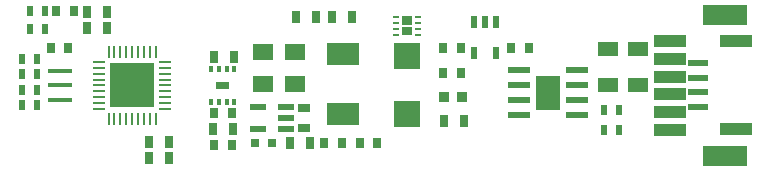
<source format=gtp>
G04*
G04 #@! TF.GenerationSoftware,Altium Limited,Altium Designer,21.6.1 (37)*
G04*
G04 Layer_Color=8421504*
%FSLAX44Y44*%
%MOMM*%
G71*
G04*
G04 #@! TF.SameCoordinates,3F17BC7F-6D44-4E06-9127-94DCD14E2BF1*
G04*
G04*
G04 #@! TF.FilePolarity,Positive*
G04*
G01*
G75*
G04:AMPARAMS|DCode=18|XSize=0.5mm|YSize=0.25mm|CornerRadius=0.05mm|HoleSize=0mm|Usage=FLASHONLY|Rotation=180.000|XOffset=0mm|YOffset=0mm|HoleType=Round|Shape=RoundedRectangle|*
%AMROUNDEDRECTD18*
21,1,0.5000,0.1500,0,0,180.0*
21,1,0.4000,0.2500,0,0,180.0*
1,1,0.1000,-0.2000,0.0750*
1,1,0.1000,0.2000,0.0750*
1,1,0.1000,0.2000,-0.0750*
1,1,0.1000,-0.2000,-0.0750*
%
%ADD18ROUNDEDRECTD18*%
%ADD19R,1.8200X1.3800*%
%ADD20R,0.8000X1.0000*%
%ADD21R,2.0000X0.4000*%
%ADD22R,1.0000X0.8000*%
%ADD23R,0.6000X0.8500*%
%ADD24R,0.7000X0.9000*%
%ADD25R,1.3208X0.5588*%
%ADD26R,1.0800X0.2600*%
%ADD27R,0.2600X1.0800*%
%ADD28R,3.7000X3.7000*%
%ADD29R,2.7940X1.9050*%
%ADD30R,1.9700X0.6000*%
%ADD31R,2.1300X3.0000*%
%ADD32R,0.8000X0.8000*%
%ADD33R,1.8200X1.1500*%
%ADD34R,0.6000X1.0000*%
%ADD35R,0.3000X0.5250*%
%ADD36R,0.8900X0.9300*%
%ADD37R,3.8000X1.8000*%
%ADD38R,2.7000X1.0000*%
%ADD39R,2.3000X2.2000*%
%ADD40R,2.7000X1.0000*%
%ADD41R,1.7000X0.6000*%
G36*
X815130Y453503D02*
X839100D01*
Y429533D01*
X815130D01*
Y453503D01*
D02*
G37*
G36*
X898500Y445052D02*
X909500D01*
Y438553D01*
X898500D01*
Y445052D01*
D02*
G37*
G36*
X1064600Y484800D02*
Y484701D01*
X1064524Y484517D01*
X1064383Y484376D01*
X1064199Y484300D01*
X1064100D01*
D01*
X1056100D01*
X1056001D01*
X1055817Y484376D01*
X1055676Y484517D01*
X1055600Y484701D01*
Y484800D01*
D01*
Y490800D01*
Y490899D01*
X1055676Y491083D01*
X1055817Y491224D01*
X1056001Y491300D01*
X1056100D01*
D01*
X1064100D01*
X1064199D01*
X1064383Y491224D01*
X1064524Y491083D01*
X1064600Y490899D01*
Y490800D01*
D01*
Y484800D01*
D02*
G37*
G36*
Y493800D02*
Y493700D01*
X1064524Y493517D01*
X1064383Y493376D01*
X1064199Y493300D01*
X1064100D01*
D01*
X1056100D01*
X1056001D01*
X1055817Y493376D01*
X1055676Y493517D01*
X1055600Y493700D01*
Y493800D01*
D01*
Y499800D01*
Y499899D01*
X1055676Y500083D01*
X1055817Y500224D01*
X1056001Y500300D01*
X1056100D01*
D01*
X1064100D01*
X1064199D01*
X1064383Y500224D01*
X1064524Y500083D01*
X1064600Y499899D01*
Y499800D01*
D01*
Y493800D01*
D02*
G37*
G36*
X1178170Y423010D02*
X1171170D01*
Y434410D01*
X1178170D01*
Y423010D01*
D02*
G37*
G36*
X1187570D02*
X1180570D01*
Y434410D01*
X1187570D01*
Y423010D01*
D02*
G37*
G36*
X1178170Y436810D02*
X1171170D01*
Y448210D01*
X1178170D01*
Y436810D01*
D02*
G37*
G36*
X1187570D02*
X1180570D01*
Y448210D01*
X1187570D01*
Y436810D01*
D02*
G37*
D18*
X1050600Y484800D02*
D03*
Y489800D02*
D03*
Y494800D02*
D03*
Y499800D02*
D03*
X1069600D02*
D03*
Y494800D02*
D03*
Y489800D02*
D03*
Y484800D02*
D03*
D19*
X938190Y442815D02*
D03*
Y470195D02*
D03*
X964860Y442815D02*
D03*
Y470195D02*
D03*
D20*
X789065Y504000D02*
D03*
X806065D02*
D03*
X912667Y405200D02*
D03*
X895667D02*
D03*
X977800Y393100D02*
D03*
X960800D02*
D03*
X996900Y499800D02*
D03*
X1013900D02*
D03*
X1090980Y411670D02*
D03*
X1107980D02*
D03*
X983100Y499800D02*
D03*
X966100D02*
D03*
X789030Y490100D02*
D03*
X806030D02*
D03*
X896400Y465500D02*
D03*
X913400D02*
D03*
X858550Y394100D02*
D03*
X841550D02*
D03*
X858550Y380600D02*
D03*
X841550D02*
D03*
D21*
X765900Y429803D02*
D03*
Y441802D02*
D03*
Y453802D02*
D03*
D22*
X972900Y405800D02*
D03*
Y422800D02*
D03*
D23*
X1227100Y404400D02*
D03*
X1239544D02*
D03*
X741000Y489350D02*
D03*
X753444D02*
D03*
X1239544Y420700D02*
D03*
X1227100D02*
D03*
X746444Y464500D02*
D03*
X734000D02*
D03*
X746444Y438167D02*
D03*
X734000D02*
D03*
Y425000D02*
D03*
X746444D02*
D03*
X741000Y504750D02*
D03*
X753444D02*
D03*
X746444Y451333D02*
D03*
X734000D02*
D03*
D24*
X1148270Y473170D02*
D03*
X1163270D02*
D03*
X763265Y504500D02*
D03*
X778265D02*
D03*
X1034900Y393100D02*
D03*
X1019900D02*
D03*
X1105480Y473170D02*
D03*
X1090480D02*
D03*
X896667Y418300D02*
D03*
X911667D02*
D03*
X758265Y473500D02*
D03*
X773265D02*
D03*
X1105480Y452503D02*
D03*
X1090480D02*
D03*
X1004900Y393100D02*
D03*
X989900D02*
D03*
X896667Y391800D02*
D03*
X911667D02*
D03*
D25*
X957384Y404902D02*
D03*
Y414300D02*
D03*
Y423698D02*
D03*
X934016D02*
D03*
Y404902D02*
D03*
D26*
X799250Y461802D02*
D03*
Y456802D02*
D03*
Y451802D02*
D03*
Y446802D02*
D03*
Y441802D02*
D03*
Y436802D02*
D03*
Y431802D02*
D03*
Y426802D02*
D03*
Y421802D02*
D03*
X855550D02*
D03*
Y426802D02*
D03*
Y431802D02*
D03*
Y436802D02*
D03*
Y441802D02*
D03*
Y446802D02*
D03*
Y451802D02*
D03*
Y456802D02*
D03*
Y461802D02*
D03*
D27*
X812400Y413652D02*
D03*
X817400D02*
D03*
X822400D02*
D03*
X827400D02*
D03*
X832400D02*
D03*
X837400D02*
D03*
X842400D02*
D03*
X847400D02*
D03*
Y469953D02*
D03*
X842400D02*
D03*
X837400D02*
D03*
X832400D02*
D03*
X827400D02*
D03*
X822400D02*
D03*
X817400D02*
D03*
X812400D02*
D03*
X807400Y413652D02*
D03*
Y469953D02*
D03*
D28*
X827400Y441802D02*
D03*
D29*
X1006010Y468467D02*
D03*
Y417668D02*
D03*
D30*
X1204120Y416560D02*
D03*
Y429260D02*
D03*
Y441960D02*
D03*
Y454660D02*
D03*
X1154620D02*
D03*
Y441960D02*
D03*
Y429260D02*
D03*
Y416560D02*
D03*
D31*
X1179370Y435610D02*
D03*
D32*
X931000Y393350D02*
D03*
X946000D02*
D03*
D33*
X1230290Y442620D02*
D03*
Y472320D02*
D03*
X1255690Y442620D02*
D03*
Y472320D02*
D03*
D34*
X1116500Y495300D02*
D03*
X1126000D02*
D03*
X1135500D02*
D03*
X1116500Y469300D02*
D03*
X1135500D02*
D03*
D35*
X894250Y455428D02*
D03*
X900750D02*
D03*
X907250D02*
D03*
X913750D02*
D03*
X894250Y428177D02*
D03*
X913750D02*
D03*
X900750D02*
D03*
X907250D02*
D03*
D36*
X1106830Y431987D02*
D03*
X1091430D02*
D03*
D37*
X1329700Y501852D02*
D03*
Y381852D02*
D03*
D38*
X1282700Y479352D02*
D03*
Y464352D02*
D03*
Y449352D02*
D03*
Y434352D02*
D03*
Y419352D02*
D03*
Y404352D02*
D03*
D39*
X1060110Y417670D02*
D03*
Y466670D02*
D03*
D40*
X1338435Y479420D02*
D03*
Y404920D02*
D03*
D41*
X1306435Y460920D02*
D03*
Y448420D02*
D03*
Y423420D02*
D03*
Y435920D02*
D03*
M02*

</source>
